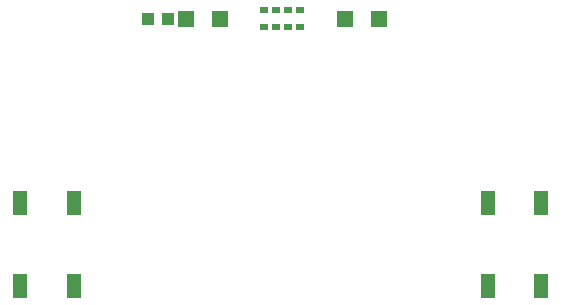
<source format=gbr>
G04 EAGLE Gerber RS-274X export*
G75*
%MOMM*%
%FSLAX34Y34*%
%LPD*%
%INSolderpaste Bottom*%
%IPPOS*%
%AMOC8*
5,1,8,0,0,1.08239X$1,22.5*%
G01*
%ADD10R,1.200000X2.000000*%
%ADD11R,0.720000X0.600000*%
%ADD12R,1.400000X1.400000*%
%ADD13R,1.075000X1.000000*%


D10*
X434500Y245000D03*
X434500Y175000D03*
X479500Y175000D03*
X479500Y245000D03*
X38500Y245000D03*
X38500Y175000D03*
X83500Y175000D03*
X83500Y245000D03*
D11*
X275050Y408190D03*
X265050Y408190D03*
X255050Y408190D03*
X245050Y408190D03*
X245050Y394190D03*
X255050Y394190D03*
X265050Y394190D03*
X275050Y394190D03*
D12*
X178540Y401320D03*
X207540Y401320D03*
X342160Y401320D03*
X313160Y401320D03*
D13*
X163440Y401320D03*
X146440Y401320D03*
M02*

</source>
